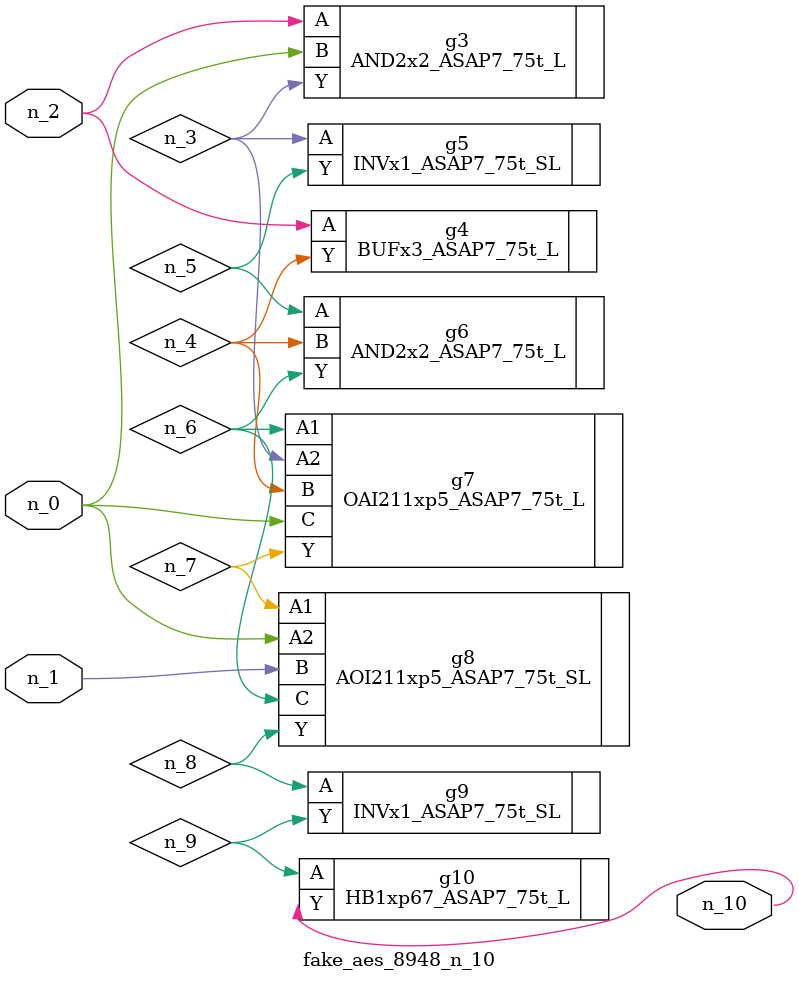
<source format=v>
module fake_aes_8948_n_10 (n_1, n_2, n_0, n_10);
input n_1;
input n_2;
input n_0;
output n_10;
wire n_6;
wire n_4;
wire n_3;
wire n_9;
wire n_5;
wire n_7;
wire n_8;
AND2x2_ASAP7_75t_L g3 ( .A(n_2), .B(n_0), .Y(n_3) );
BUFx3_ASAP7_75t_L g4 ( .A(n_2), .Y(n_4) );
INVx1_ASAP7_75t_SL g5 ( .A(n_3), .Y(n_5) );
AND2x2_ASAP7_75t_L g6 ( .A(n_5), .B(n_4), .Y(n_6) );
OAI211xp5_ASAP7_75t_L g7 ( .A1(n_6), .A2(n_3), .B(n_4), .C(n_0), .Y(n_7) );
AOI211xp5_ASAP7_75t_SL g8 ( .A1(n_7), .A2(n_0), .B(n_1), .C(n_6), .Y(n_8) );
INVx1_ASAP7_75t_SL g9 ( .A(n_8), .Y(n_9) );
HB1xp67_ASAP7_75t_L g10 ( .A(n_9), .Y(n_10) );
endmodule
</source>
